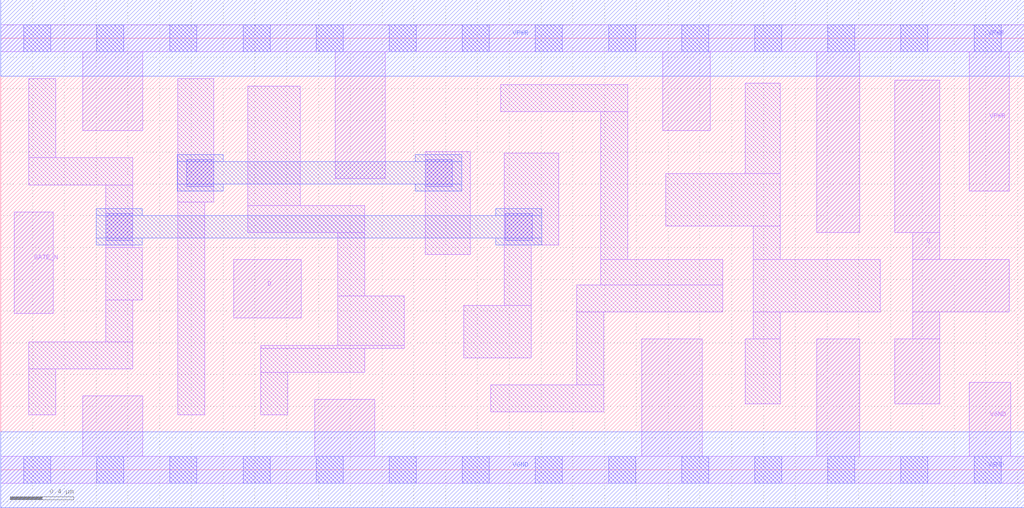
<source format=lef>
# Copyright 2020 The SkyWater PDK Authors
#
# Licensed under the Apache License, Version 2.0 (the "License");
# you may not use this file except in compliance with the License.
# You may obtain a copy of the License at
#
#     https://www.apache.org/licenses/LICENSE-2.0
#
# Unless required by applicable law or agreed to in writing, software
# distributed under the License is distributed on an "AS IS" BASIS,
# WITHOUT WARRANTIES OR CONDITIONS OF ANY KIND, either express or implied.
# See the License for the specific language governing permissions and
# limitations under the License.
#
# SPDX-License-Identifier: Apache-2.0

VERSION 5.7 ;
  NAMESCASESENSITIVE ON ;
  NOWIREEXTENSIONATPIN ON ;
  DIVIDERCHAR "/" ;
  BUSBITCHARS "[]" ;
UNITS
  DATABASE MICRONS 200 ;
END UNITS
PROPERTYDEFINITIONS
  MACRO maskLayoutSubType STRING ;
  MACRO prCellType STRING ;
  MACRO originalViewName STRING ;
END PROPERTYDEFINITIONS
MACRO sky130_fd_sc_hdll__dlxtn_2
  CLASS CORE ;
  FOREIGN sky130_fd_sc_hdll__dlxtn_2 ;
  ORIGIN  0.000000  0.000000 ;
  SIZE  6.440000 BY  2.720000 ;
  SYMMETRY X Y R90 ;
  SITE unithd ;
  PIN D
    ANTENNAGATEAREA  0.178200 ;
    DIRECTION INPUT ;
    USE SIGNAL ;
    PORT
      LAYER li1 ;
        RECT 1.465000 0.955000 1.890000 1.325000 ;
    END
  END D
  PIN GATE_N
    ANTENNAGATEAREA  0.178200 ;
    DIRECTION INPUT ;
    USE SIGNAL ;
    PORT
      LAYER li1 ;
        RECT 0.085000 0.985000 0.330000 1.625000 ;
    END
  END GATE_N
  PIN Q
    ANTENNADIFFAREA  0.498000 ;
    DIRECTION OUTPUT ;
    USE SIGNAL ;
    PORT
      LAYER li1 ;
        RECT 5.625000 0.415000 5.910000 0.825000 ;
        RECT 5.625000 1.495000 5.910000 2.455000 ;
        RECT 5.740000 0.825000 5.910000 0.995000 ;
        RECT 5.740000 0.995000 6.345000 1.325000 ;
        RECT 5.740000 1.325000 5.910000 1.495000 ;
    END
  END Q
  PIN VGND
    ANTENNADIFFAREA  0.776000 ;
    DIRECTION INOUT ;
    USE SIGNAL ;
    PORT
      LAYER li1 ;
        RECT 0.000000 -0.085000 6.440000 0.085000 ;
        RECT 0.515000  0.085000 0.895000 0.465000 ;
        RECT 1.975000  0.085000 2.355000 0.445000 ;
        RECT 4.035000  0.085000 4.415000 0.825000 ;
        RECT 5.135000  0.085000 5.405000 0.825000 ;
        RECT 6.095000  0.085000 6.355000 0.550000 ;
      LAYER mcon ;
        RECT 0.145000 -0.085000 0.315000 0.085000 ;
        RECT 0.605000 -0.085000 0.775000 0.085000 ;
        RECT 1.065000 -0.085000 1.235000 0.085000 ;
        RECT 1.525000 -0.085000 1.695000 0.085000 ;
        RECT 1.985000 -0.085000 2.155000 0.085000 ;
        RECT 2.445000 -0.085000 2.615000 0.085000 ;
        RECT 2.905000 -0.085000 3.075000 0.085000 ;
        RECT 3.365000 -0.085000 3.535000 0.085000 ;
        RECT 3.825000 -0.085000 3.995000 0.085000 ;
        RECT 4.285000 -0.085000 4.455000 0.085000 ;
        RECT 4.745000 -0.085000 4.915000 0.085000 ;
        RECT 5.205000 -0.085000 5.375000 0.085000 ;
        RECT 5.665000 -0.085000 5.835000 0.085000 ;
        RECT 6.125000 -0.085000 6.295000 0.085000 ;
      LAYER met1 ;
        RECT 0.000000 -0.240000 6.440000 0.240000 ;
    END
  END VGND
  PIN VPWR
    ANTENNADIFFAREA  1.044600 ;
    DIRECTION INOUT ;
    USE SIGNAL ;
    PORT
      LAYER li1 ;
        RECT 0.000000 2.635000 6.440000 2.805000 ;
        RECT 0.515000 2.135000 0.895000 2.635000 ;
        RECT 2.105000 1.835000 2.420000 2.635000 ;
        RECT 4.165000 2.135000 4.465000 2.635000 ;
        RECT 5.135000 1.495000 5.405000 2.635000 ;
        RECT 6.095000 1.755000 6.345000 2.635000 ;
      LAYER mcon ;
        RECT 0.145000 2.635000 0.315000 2.805000 ;
        RECT 0.605000 2.635000 0.775000 2.805000 ;
        RECT 1.065000 2.635000 1.235000 2.805000 ;
        RECT 1.525000 2.635000 1.695000 2.805000 ;
        RECT 1.985000 2.635000 2.155000 2.805000 ;
        RECT 2.445000 2.635000 2.615000 2.805000 ;
        RECT 2.905000 2.635000 3.075000 2.805000 ;
        RECT 3.365000 2.635000 3.535000 2.805000 ;
        RECT 3.825000 2.635000 3.995000 2.805000 ;
        RECT 4.285000 2.635000 4.455000 2.805000 ;
        RECT 4.745000 2.635000 4.915000 2.805000 ;
        RECT 5.205000 2.635000 5.375000 2.805000 ;
        RECT 5.665000 2.635000 5.835000 2.805000 ;
        RECT 6.125000 2.635000 6.295000 2.805000 ;
      LAYER met1 ;
        RECT 0.000000 2.480000 6.440000 2.960000 ;
    END
  END VPWR
  OBS
    LAYER li1 ;
      RECT 0.175000 0.345000 0.345000 0.635000 ;
      RECT 0.175000 0.635000 0.830000 0.805000 ;
      RECT 0.175000 1.795000 0.830000 1.965000 ;
      RECT 0.175000 1.965000 0.345000 2.465000 ;
      RECT 0.660000 0.805000 0.830000 1.070000 ;
      RECT 0.660000 1.070000 0.890000 1.400000 ;
      RECT 0.660000 1.400000 0.830000 1.795000 ;
      RECT 1.115000 0.345000 1.285000 1.685000 ;
      RECT 1.115000 1.685000 1.340000 2.465000 ;
      RECT 1.555000 1.495000 2.290000 1.665000 ;
      RECT 1.555000 1.665000 1.885000 2.415000 ;
      RECT 1.635000 0.345000 1.805000 0.615000 ;
      RECT 1.635000 0.615000 2.290000 0.765000 ;
      RECT 1.635000 0.765000 2.540000 0.785000 ;
      RECT 2.120000 0.785000 2.540000 1.095000 ;
      RECT 2.120000 1.095000 2.290000 1.495000 ;
      RECT 2.670000 1.355000 2.955000 2.005000 ;
      RECT 2.915000 0.705000 3.340000 1.035000 ;
      RECT 3.085000 0.365000 3.795000 0.535000 ;
      RECT 3.145000 2.255000 3.945000 2.425000 ;
      RECT 3.170000 1.035000 3.340000 1.415000 ;
      RECT 3.170000 1.415000 3.510000 1.995000 ;
      RECT 3.625000 0.535000 3.795000 0.995000 ;
      RECT 3.625000 0.995000 4.545000 1.165000 ;
      RECT 3.775000 1.165000 4.545000 1.325000 ;
      RECT 3.775000 1.325000 3.945000 2.255000 ;
      RECT 4.185000 1.535000 4.905000 1.865000 ;
      RECT 4.685000 0.415000 4.905000 0.825000 ;
      RECT 4.685000 1.865000 4.905000 2.435000 ;
      RECT 4.735000 0.825000 4.905000 0.995000 ;
      RECT 4.735000 0.995000 5.535000 1.325000 ;
      RECT 4.735000 1.325000 4.905000 1.535000 ;
    LAYER mcon ;
      RECT 0.660000 1.445000 0.830000 1.615000 ;
      RECT 1.170000 1.785000 1.340000 1.955000 ;
      RECT 2.670000 1.785000 2.840000 1.955000 ;
      RECT 3.175000 1.445000 3.345000 1.615000 ;
    LAYER met1 ;
      RECT 0.600000 1.415000 0.890000 1.460000 ;
      RECT 0.600000 1.460000 3.405000 1.600000 ;
      RECT 0.600000 1.600000 0.890000 1.645000 ;
      RECT 1.110000 1.755000 1.400000 1.800000 ;
      RECT 1.110000 1.800000 2.900000 1.940000 ;
      RECT 1.110000 1.940000 1.400000 1.985000 ;
      RECT 2.610000 1.755000 2.900000 1.800000 ;
      RECT 2.610000 1.940000 2.900000 1.985000 ;
      RECT 3.115000 1.415000 3.405000 1.460000 ;
      RECT 3.115000 1.600000 3.405000 1.645000 ;
  END
  PROPERTY maskLayoutSubType "abstract" ;
  PROPERTY prCellType "standard" ;
  PROPERTY originalViewName "layout" ;
END sky130_fd_sc_hdll__dlxtn_2

</source>
